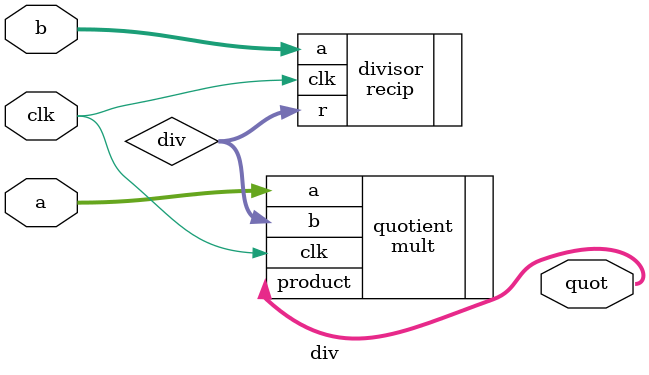
<source format=v>
`timescale 1ns / 1ps


module div #(parameter WIDTH=32,
    parameter EXP_WIDTH=8,
    parameter MAN_WIDTH=23,
    parameter BIAS=127
    )
    (
        a,b,clk,quot
    );
    input [WIDTH-1:0]a;
    input [WIDTH-1:0]b;
    input clk;
    output [WIDTH-1:0]quot;
    
    wire [WIDTH-1:0] div;
    
    recip #(.WIDTH(WIDTH),.EXP_WIDTH(EXP_WIDTH),.MAN_WIDTH(MAN_WIDTH),.BIAS(BIAS))divisor
    (
        .a(b),
        .r(div),
        .clk(clk)
    );
    
    mult #(.WIDTH(WIDTH),.EXP_WIDTH(EXP_WIDTH),.MAN_WIDTH(MAN_WIDTH),.BIAS(BIAS)) quotient
    (
        .a(a),
        .b(div),
        .clk(clk),
        .product(quot)
    );
endmodule

</source>
